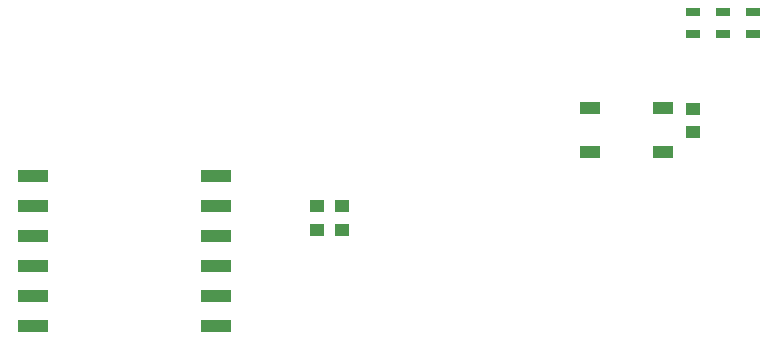
<source format=gbr>
G04 #@! TF.GenerationSoftware,KiCad,Pcbnew,(5.1.4)-1*
G04 #@! TF.CreationDate,2020-11-02T02:01:27-05:00*
G04 #@! TF.ProjectId,remote_racing_pcb,72656d6f-7465-45f7-9261-63696e675f70,rev?*
G04 #@! TF.SameCoordinates,Original*
G04 #@! TF.FileFunction,Paste,Top*
G04 #@! TF.FilePolarity,Positive*
%FSLAX46Y46*%
G04 Gerber Fmt 4.6, Leading zero omitted, Abs format (unit mm)*
G04 Created by KiCad (PCBNEW (5.1.4)-1) date 2020-11-02 02:01:27*
%MOMM*%
%LPD*%
G04 APERTURE LIST*
%ADD10R,1.800000X1.100000*%
%ADD11R,1.300000X0.700000*%
%ADD12R,2.500000X1.000000*%
%ADD13R,1.250000X1.000000*%
G04 APERTURE END LIST*
D10*
X147320000Y-100855000D03*
X141120000Y-100855000D03*
X147320000Y-97155000D03*
X141120000Y-97155000D03*
D11*
X154940000Y-88966000D03*
X154940000Y-90866000D03*
X152400000Y-88966000D03*
X152400000Y-90866000D03*
X149860000Y-88966000D03*
X149860000Y-90866000D03*
D12*
X93980000Y-115570000D03*
X93980000Y-113030000D03*
X93980000Y-110490000D03*
X93980000Y-107950000D03*
X93980000Y-105410000D03*
X93980000Y-102870000D03*
X109480000Y-102870000D03*
X109480000Y-105410000D03*
X109480000Y-107950000D03*
X109480000Y-110490000D03*
X109480000Y-113030000D03*
X109480000Y-115570000D03*
D13*
X149860000Y-97171000D03*
X149860000Y-99171000D03*
X117983000Y-105426000D03*
X117983000Y-107426000D03*
X120142000Y-105426000D03*
X120142000Y-107426000D03*
M02*

</source>
